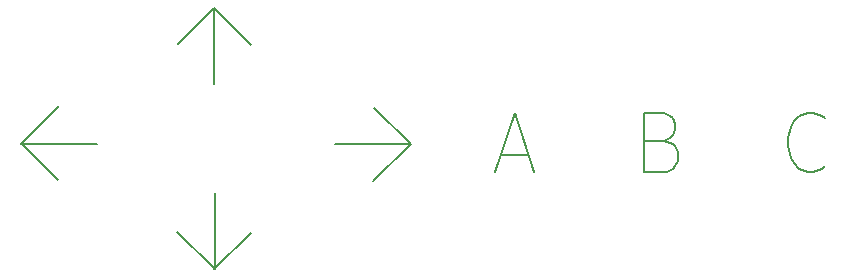
<source format=gbo>
G04 #@! TF.GenerationSoftware,KiCad,Pcbnew,(5.0.0)*
G04 #@! TF.CreationDate,2019-04-16T15:51:45+02:00*
G04 #@! TF.ProjectId,CameraSystem,43616D65726153797374656D2E6B6963,rev?*
G04 #@! TF.SameCoordinates,Original*
G04 #@! TF.FileFunction,Legend,Bot*
G04 #@! TF.FilePolarity,Positive*
%FSLAX46Y46*%
G04 Gerber Fmt 4.6, Leading zero omitted, Abs format (unit mm)*
G04 Created by KiCad (PCBNEW (5.0.0)) date 04/16/19 15:51:45*
%MOMM*%
%LPD*%
G01*
G04 APERTURE LIST*
%ADD10C,0.200000*%
G04 APERTURE END LIST*
D10*
X91704919Y-107906914D02*
X91466823Y-108145009D01*
X90752538Y-108383104D01*
X90276347Y-108383104D01*
X89562061Y-108145009D01*
X89085871Y-107668819D01*
X88847776Y-107192628D01*
X88609680Y-106240247D01*
X88609680Y-105525961D01*
X88847776Y-104573580D01*
X89085871Y-104097390D01*
X89562061Y-103621200D01*
X90276347Y-103383104D01*
X90752538Y-103383104D01*
X91466823Y-103621200D01*
X91704919Y-103859295D01*
X78104002Y-105764057D02*
X78818288Y-106002152D01*
X79056383Y-106240247D01*
X79294479Y-106716438D01*
X79294479Y-107430723D01*
X79056383Y-107906914D01*
X78818288Y-108145009D01*
X78342098Y-108383104D01*
X76437336Y-108383104D01*
X76437336Y-103383104D01*
X78104002Y-103383104D01*
X78580193Y-103621200D01*
X78818288Y-103859295D01*
X79056383Y-104335485D01*
X79056383Y-104811676D01*
X78818288Y-105287866D01*
X78580193Y-105525961D01*
X78104002Y-105764057D01*
X76437336Y-105764057D01*
X64260243Y-106954533D02*
X66641196Y-106954533D01*
X63784053Y-108383104D02*
X65450720Y-103383104D01*
X67117386Y-108383104D01*
X40053871Y-116632529D02*
X36894111Y-113472769D01*
X40053871Y-110196169D02*
X40053871Y-116632529D01*
X40033551Y-116632529D02*
X43132351Y-113533729D01*
X50217184Y-106044344D02*
X56653544Y-106044344D01*
X56653544Y-106064664D02*
X53554744Y-102965864D01*
X56653544Y-106044344D02*
X53493784Y-109204104D01*
X40000611Y-94499885D02*
X43160371Y-97659645D01*
X40000611Y-100936245D02*
X40000611Y-94499885D01*
X40020931Y-94499885D02*
X36922131Y-97598685D01*
X23682960Y-105971340D02*
X26781760Y-109070140D01*
X23682960Y-105991660D02*
X26842720Y-102831900D01*
X30119320Y-105991660D02*
X23682960Y-105991660D01*
M02*

</source>
